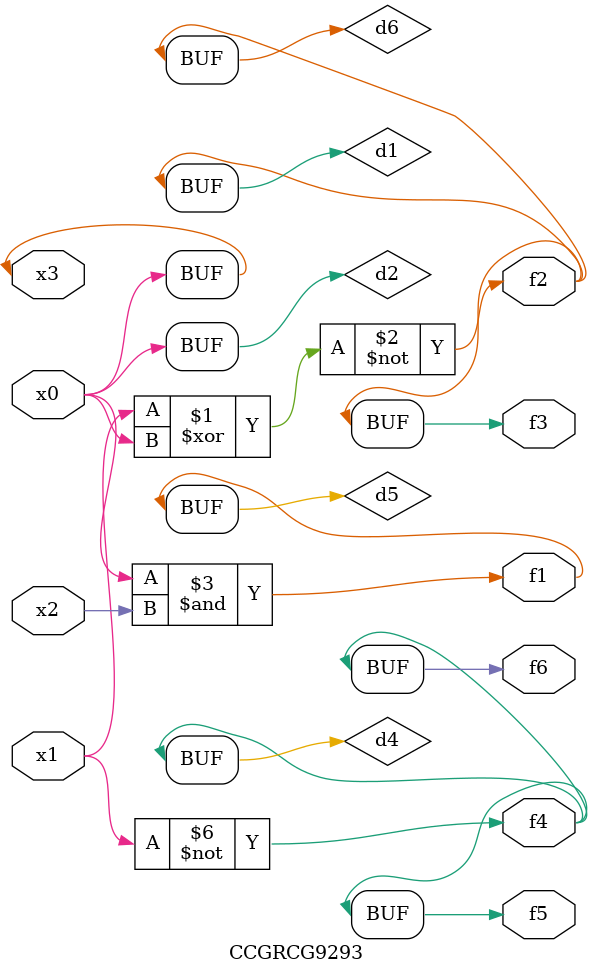
<source format=v>
module CCGRCG9293(
	input x0, x1, x2, x3,
	output f1, f2, f3, f4, f5, f6
);

	wire d1, d2, d3, d4, d5, d6;

	xnor (d1, x1, x3);
	buf (d2, x0, x3);
	nand (d3, x0, x2);
	not (d4, x1);
	nand (d5, d3);
	or (d6, d1);
	assign f1 = d5;
	assign f2 = d6;
	assign f3 = d6;
	assign f4 = d4;
	assign f5 = d4;
	assign f6 = d4;
endmodule

</source>
